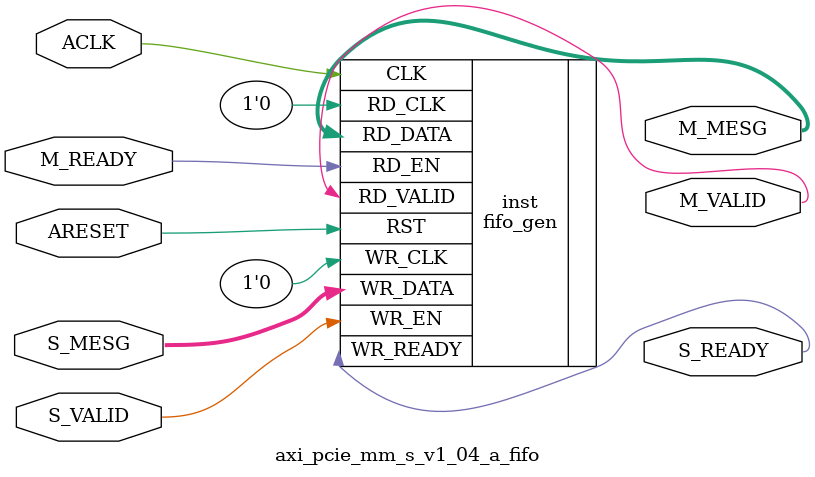
<source format=v>
`timescale 1ns/100ps


module axi_pcie_mm_s_v1_04_a_fifo #
  (
   parameter         C_FAMILY          = "virtex6",
   parameter integer C_FIFO_DEPTH_LOG  = 5,      // FIFO depth = 2**C_FIFO_DEPTH_LOG
                                                 // Range = [5:9] when TYPE="lut",
                                                 // Range = [5:12] when TYPE="bram",
   parameter integer C_FIFO_WIDTH      = 64,     // Width of payload [1:512]
   parameter         C_FIFO_TYPE       = "lut"   // "lut" = LUT (SRL) based,
                                                 // "bram" = BRAM based
   )
  (
   // Global inputs
   input  wire                        ACLK,    // Clock
   input  wire                        ARESET,  // Reset
   // Slave  Port
   input  wire [C_FIFO_WIDTH-1:0]     S_MESG,  // Payload (may be any set of channel signals)
   input  wire                        S_VALID, // FIFO push
   output wire                        S_READY, // FIFO not full
   // Master  Port
   output wire [C_FIFO_WIDTH-1:0]     M_MESG,  // Payload
   output wire                        M_VALID, // FIFO not empty
   input  wire                        M_READY  // FIFO pop
   );

   fifo_gen #(
     .C_FAMILY(C_FAMILY),
     .C_COMMON_CLOCK(1),
     .C_FIFO_DEPTH_LOG(C_FIFO_DEPTH_LOG),
     .C_FIFO_WIDTH(C_FIFO_WIDTH),
     .C_FIFO_TYPE(C_FIFO_TYPE))
   inst (
     .CLK(ACLK),
     .RST(ARESET),
     .WR_CLK(1'b0),
     .WR_EN(S_VALID),
     .WR_READY(S_READY),
     .WR_DATA(S_MESG),
     .RD_CLK(1'b0),
     .RD_EN(M_READY),
     .RD_VALID(M_VALID),
     .RD_DATA(M_MESG));

endmodule

</source>
